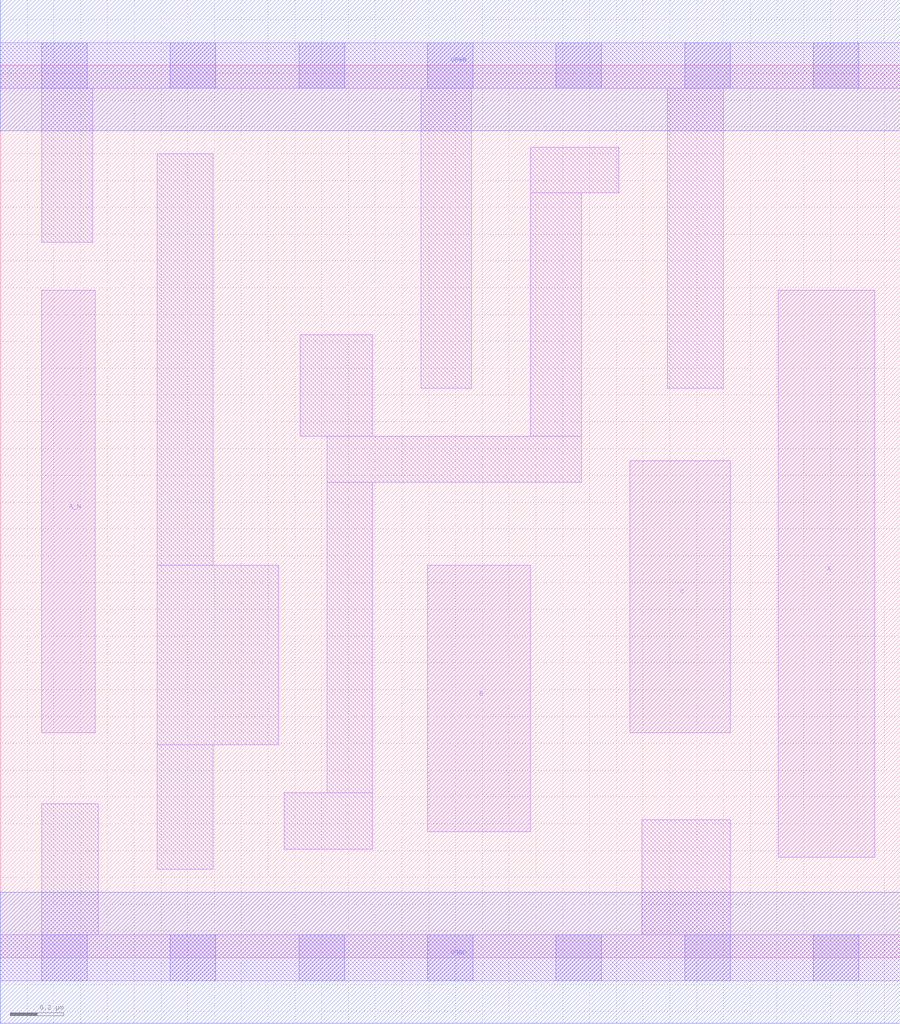
<source format=lef>
# Copyright 2020 The SkyWater PDK Authors
#
# Licensed under the Apache License, Version 2.0 (the "License");
# you may not use this file except in compliance with the License.
# You may obtain a copy of the License at
#
#     https://www.apache.org/licenses/LICENSE-2.0
#
# Unless required by applicable law or agreed to in writing, software
# distributed under the License is distributed on an "AS IS" BASIS,
# WITHOUT WARRANTIES OR CONDITIONS OF ANY KIND, either express or implied.
# See the License for the specific language governing permissions and
# limitations under the License.
#
# SPDX-License-Identifier: Apache-2.0

VERSION 5.7 ;
  NAMESCASESENSITIVE ON ;
  NOWIREEXTENSIONATPIN ON ;
  DIVIDERCHAR "/" ;
  BUSBITCHARS "[]" ;
UNITS
  DATABASE MICRONS 200 ;
END UNITS
MACRO sky130_fd_sc_lp__and3b_m
  CLASS CORE ;
  SOURCE USER ;
  FOREIGN sky130_fd_sc_lp__and3b_m ;
  ORIGIN  0.000000  0.000000 ;
  SIZE  3.360000 BY  3.330000 ;
  SYMMETRY X Y R90 ;
  SITE unit ;
  PIN A_N
    ANTENNAGATEAREA  0.126000 ;
    DIRECTION INPUT ;
    USE SIGNAL ;
    PORT
      LAYER li1 ;
        RECT 0.155000 0.840000 0.355000 2.490000 ;
    END
  END A_N
  PIN B
    ANTENNAGATEAREA  0.126000 ;
    DIRECTION INPUT ;
    USE SIGNAL ;
    PORT
      LAYER li1 ;
        RECT 1.595000 0.470000 1.980000 1.465000 ;
    END
  END B
  PIN C
    ANTENNAGATEAREA  0.126000 ;
    DIRECTION INPUT ;
    USE SIGNAL ;
    PORT
      LAYER li1 ;
        RECT 2.350000 0.840000 2.725000 1.855000 ;
    END
  END C
  PIN X
    ANTENNADIFFAREA  0.222600 ;
    DIRECTION OUTPUT ;
    USE SIGNAL ;
    PORT
      LAYER li1 ;
        RECT 2.905000 0.375000 3.265000 2.490000 ;
    END
  END X
  PIN VGND
    DIRECTION INOUT ;
    USE GROUND ;
    PORT
      LAYER met1 ;
        RECT 0.000000 -0.245000 3.360000 0.245000 ;
    END
  END VGND
  PIN VPWR
    DIRECTION INOUT ;
    USE POWER ;
    PORT
      LAYER met1 ;
        RECT 0.000000 3.085000 3.360000 3.575000 ;
    END
  END VPWR
  OBS
    LAYER li1 ;
      RECT 0.000000 -0.085000 3.360000 0.085000 ;
      RECT 0.000000  3.245000 3.360000 3.415000 ;
      RECT 0.155000  0.085000 0.365000 0.575000 ;
      RECT 0.155000  2.670000 0.345000 3.245000 ;
      RECT 0.585000  0.330000 0.795000 0.795000 ;
      RECT 0.585000  0.795000 1.040000 1.465000 ;
      RECT 0.585000  1.465000 0.795000 3.000000 ;
      RECT 1.060000  0.405000 1.390000 0.615000 ;
      RECT 1.120000  1.945000 1.390000 2.325000 ;
      RECT 1.220000  0.615000 1.390000 1.775000 ;
      RECT 1.220000  1.775000 2.170000 1.945000 ;
      RECT 1.570000  2.125000 1.760000 3.245000 ;
      RECT 1.980000  1.945000 2.170000 2.855000 ;
      RECT 1.980000  2.855000 2.310000 3.025000 ;
      RECT 2.395000  0.085000 2.725000 0.515000 ;
      RECT 2.490000  2.125000 2.700000 3.245000 ;
    LAYER mcon ;
      RECT 0.155000 -0.085000 0.325000 0.085000 ;
      RECT 0.155000  3.245000 0.325000 3.415000 ;
      RECT 0.635000 -0.085000 0.805000 0.085000 ;
      RECT 0.635000  3.245000 0.805000 3.415000 ;
      RECT 1.115000 -0.085000 1.285000 0.085000 ;
      RECT 1.115000  3.245000 1.285000 3.415000 ;
      RECT 1.595000 -0.085000 1.765000 0.085000 ;
      RECT 1.595000  3.245000 1.765000 3.415000 ;
      RECT 2.075000 -0.085000 2.245000 0.085000 ;
      RECT 2.075000  3.245000 2.245000 3.415000 ;
      RECT 2.555000 -0.085000 2.725000 0.085000 ;
      RECT 2.555000  3.245000 2.725000 3.415000 ;
      RECT 3.035000 -0.085000 3.205000 0.085000 ;
      RECT 3.035000  3.245000 3.205000 3.415000 ;
  END
END sky130_fd_sc_lp__and3b_m
END LIBRARY

</source>
